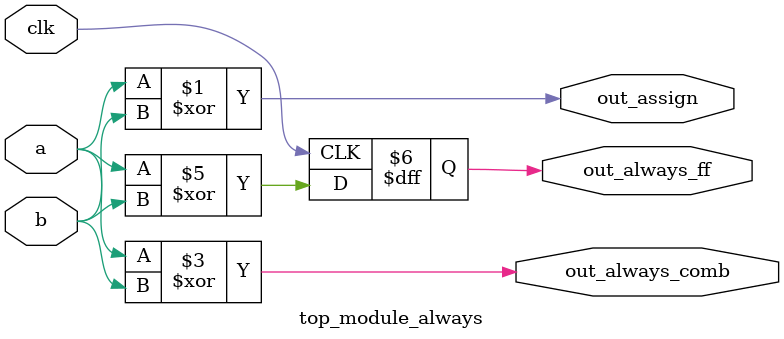
<source format=v>
module top_module_always (
    input clk,
    input a,
    input b,
    output wire out_assign,
    output reg out_always_comb,
    output reg out_always_ff
);

    assign out_assign = a ^ b;

    always @ (*) begin
        out_always_comb = a ^ b;
    end

    always @ (posedge clk) begin
        out_always_ff = a ^ b;
    end

endmodule
</source>
